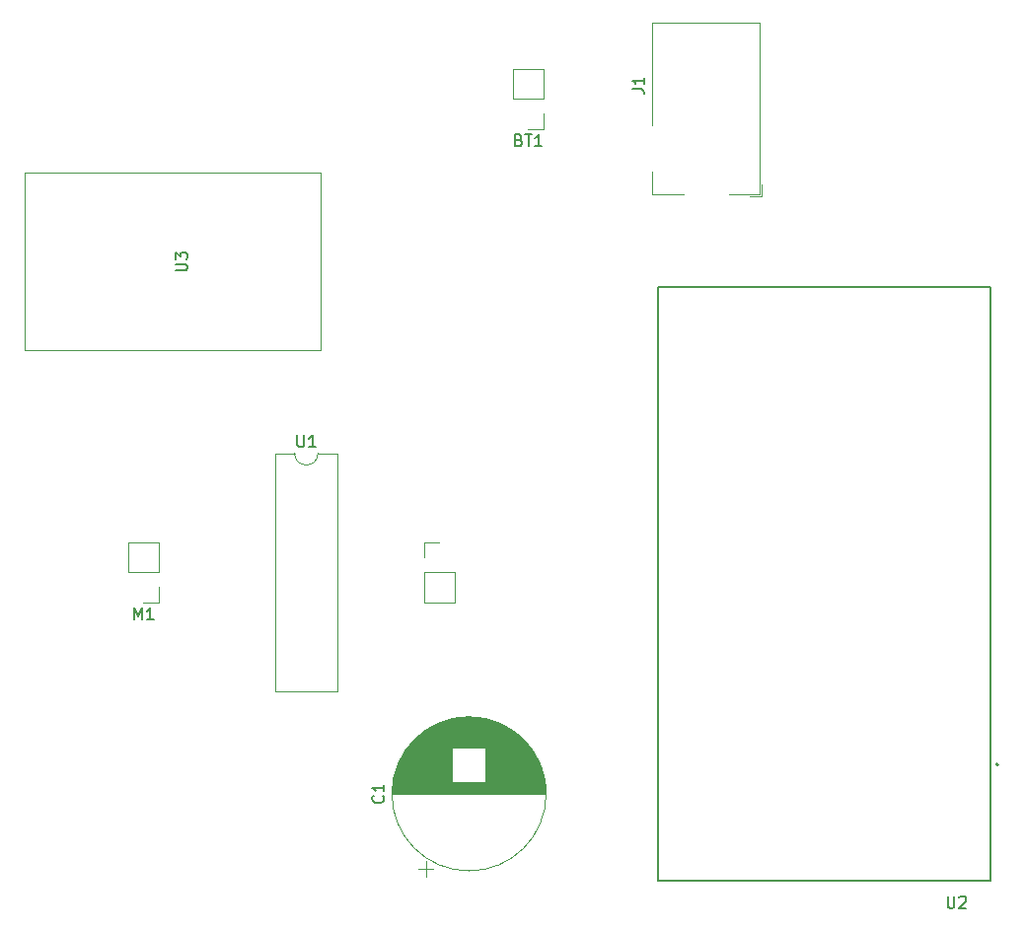
<source format=gbr>
%TF.GenerationSoftware,KiCad,Pcbnew,7.0.8*%
%TF.CreationDate,2023-11-17T10:19:14-05:00*%
%TF.ProjectId,rebafloot,72656261-666c-46f6-9f74-2e6b69636164,rev?*%
%TF.SameCoordinates,Original*%
%TF.FileFunction,Legend,Top*%
%TF.FilePolarity,Positive*%
%FSLAX46Y46*%
G04 Gerber Fmt 4.6, Leading zero omitted, Abs format (unit mm)*
G04 Created by KiCad (PCBNEW 7.0.8) date 2023-11-17 10:19:14*
%MOMM*%
%LPD*%
G01*
G04 APERTURE LIST*
%ADD10C,0.150000*%
%ADD11C,0.120000*%
%ADD12C,0.127000*%
%ADD13C,0.200000*%
G04 APERTURE END LIST*
D10*
X63724819Y-84581904D02*
X64534342Y-84581904D01*
X64534342Y-84581904D02*
X64629580Y-84534285D01*
X64629580Y-84534285D02*
X64677200Y-84486666D01*
X64677200Y-84486666D02*
X64724819Y-84391428D01*
X64724819Y-84391428D02*
X64724819Y-84200952D01*
X64724819Y-84200952D02*
X64677200Y-84105714D01*
X64677200Y-84105714D02*
X64629580Y-84058095D01*
X64629580Y-84058095D02*
X64534342Y-84010476D01*
X64534342Y-84010476D02*
X63724819Y-84010476D01*
X63724819Y-83629523D02*
X63724819Y-83010476D01*
X63724819Y-83010476D02*
X64105771Y-83343809D01*
X64105771Y-83343809D02*
X64105771Y-83200952D01*
X64105771Y-83200952D02*
X64153390Y-83105714D01*
X64153390Y-83105714D02*
X64201009Y-83058095D01*
X64201009Y-83058095D02*
X64296247Y-83010476D01*
X64296247Y-83010476D02*
X64534342Y-83010476D01*
X64534342Y-83010476D02*
X64629580Y-83058095D01*
X64629580Y-83058095D02*
X64677200Y-83105714D01*
X64677200Y-83105714D02*
X64724819Y-83200952D01*
X64724819Y-83200952D02*
X64724819Y-83486666D01*
X64724819Y-83486666D02*
X64677200Y-83581904D01*
X64677200Y-83581904D02*
X64629580Y-83629523D01*
X81509580Y-129666666D02*
X81557200Y-129714285D01*
X81557200Y-129714285D02*
X81604819Y-129857142D01*
X81604819Y-129857142D02*
X81604819Y-129952380D01*
X81604819Y-129952380D02*
X81557200Y-130095237D01*
X81557200Y-130095237D02*
X81461961Y-130190475D01*
X81461961Y-130190475D02*
X81366723Y-130238094D01*
X81366723Y-130238094D02*
X81176247Y-130285713D01*
X81176247Y-130285713D02*
X81033390Y-130285713D01*
X81033390Y-130285713D02*
X80842914Y-130238094D01*
X80842914Y-130238094D02*
X80747676Y-130190475D01*
X80747676Y-130190475D02*
X80652438Y-130095237D01*
X80652438Y-130095237D02*
X80604819Y-129952380D01*
X80604819Y-129952380D02*
X80604819Y-129857142D01*
X80604819Y-129857142D02*
X80652438Y-129714285D01*
X80652438Y-129714285D02*
X80700057Y-129666666D01*
X81604819Y-128714285D02*
X81604819Y-129285713D01*
X81604819Y-128999999D02*
X80604819Y-128999999D01*
X80604819Y-128999999D02*
X80747676Y-129095237D01*
X80747676Y-129095237D02*
X80842914Y-129190475D01*
X80842914Y-129190475D02*
X80890533Y-129285713D01*
X74168095Y-98724819D02*
X74168095Y-99534342D01*
X74168095Y-99534342D02*
X74215714Y-99629580D01*
X74215714Y-99629580D02*
X74263333Y-99677200D01*
X74263333Y-99677200D02*
X74358571Y-99724819D01*
X74358571Y-99724819D02*
X74549047Y-99724819D01*
X74549047Y-99724819D02*
X74644285Y-99677200D01*
X74644285Y-99677200D02*
X74691904Y-99629580D01*
X74691904Y-99629580D02*
X74739523Y-99534342D01*
X74739523Y-99534342D02*
X74739523Y-98724819D01*
X75739523Y-99724819D02*
X75168095Y-99724819D01*
X75453809Y-99724819D02*
X75453809Y-98724819D01*
X75453809Y-98724819D02*
X75358571Y-98867676D01*
X75358571Y-98867676D02*
X75263333Y-98962914D01*
X75263333Y-98962914D02*
X75168095Y-99010533D01*
X60150476Y-114544819D02*
X60150476Y-113544819D01*
X60150476Y-113544819D02*
X60483809Y-114259104D01*
X60483809Y-114259104D02*
X60817142Y-113544819D01*
X60817142Y-113544819D02*
X60817142Y-114544819D01*
X61817142Y-114544819D02*
X61245714Y-114544819D01*
X61531428Y-114544819D02*
X61531428Y-113544819D01*
X61531428Y-113544819D02*
X61436190Y-113687676D01*
X61436190Y-113687676D02*
X61340952Y-113782914D01*
X61340952Y-113782914D02*
X61245714Y-113830533D01*
X129973095Y-138299819D02*
X129973095Y-139109342D01*
X129973095Y-139109342D02*
X130020714Y-139204580D01*
X130020714Y-139204580D02*
X130068333Y-139252200D01*
X130068333Y-139252200D02*
X130163571Y-139299819D01*
X130163571Y-139299819D02*
X130354047Y-139299819D01*
X130354047Y-139299819D02*
X130449285Y-139252200D01*
X130449285Y-139252200D02*
X130496904Y-139204580D01*
X130496904Y-139204580D02*
X130544523Y-139109342D01*
X130544523Y-139109342D02*
X130544523Y-138299819D01*
X130973095Y-138395057D02*
X131020714Y-138347438D01*
X131020714Y-138347438D02*
X131115952Y-138299819D01*
X131115952Y-138299819D02*
X131354047Y-138299819D01*
X131354047Y-138299819D02*
X131449285Y-138347438D01*
X131449285Y-138347438D02*
X131496904Y-138395057D01*
X131496904Y-138395057D02*
X131544523Y-138490295D01*
X131544523Y-138490295D02*
X131544523Y-138585533D01*
X131544523Y-138585533D02*
X131496904Y-138728390D01*
X131496904Y-138728390D02*
X130925476Y-139299819D01*
X130925476Y-139299819D02*
X131544523Y-139299819D01*
X93194285Y-73381009D02*
X93337142Y-73428628D01*
X93337142Y-73428628D02*
X93384761Y-73476247D01*
X93384761Y-73476247D02*
X93432380Y-73571485D01*
X93432380Y-73571485D02*
X93432380Y-73714342D01*
X93432380Y-73714342D02*
X93384761Y-73809580D01*
X93384761Y-73809580D02*
X93337142Y-73857200D01*
X93337142Y-73857200D02*
X93241904Y-73904819D01*
X93241904Y-73904819D02*
X92860952Y-73904819D01*
X92860952Y-73904819D02*
X92860952Y-72904819D01*
X92860952Y-72904819D02*
X93194285Y-72904819D01*
X93194285Y-72904819D02*
X93289523Y-72952438D01*
X93289523Y-72952438D02*
X93337142Y-73000057D01*
X93337142Y-73000057D02*
X93384761Y-73095295D01*
X93384761Y-73095295D02*
X93384761Y-73190533D01*
X93384761Y-73190533D02*
X93337142Y-73285771D01*
X93337142Y-73285771D02*
X93289523Y-73333390D01*
X93289523Y-73333390D02*
X93194285Y-73381009D01*
X93194285Y-73381009D02*
X92860952Y-73381009D01*
X93718095Y-72904819D02*
X94289523Y-72904819D01*
X94003809Y-73904819D02*
X94003809Y-72904819D01*
X95146666Y-73904819D02*
X94575238Y-73904819D01*
X94860952Y-73904819D02*
X94860952Y-72904819D01*
X94860952Y-72904819D02*
X94765714Y-73047676D01*
X94765714Y-73047676D02*
X94670476Y-73142914D01*
X94670476Y-73142914D02*
X94575238Y-73190533D01*
X102924819Y-69003333D02*
X103639104Y-69003333D01*
X103639104Y-69003333D02*
X103781961Y-69050952D01*
X103781961Y-69050952D02*
X103877200Y-69146190D01*
X103877200Y-69146190D02*
X103924819Y-69289047D01*
X103924819Y-69289047D02*
X103924819Y-69384285D01*
X103924819Y-68003333D02*
X103924819Y-68574761D01*
X103924819Y-68289047D02*
X102924819Y-68289047D01*
X102924819Y-68289047D02*
X103067676Y-68384285D01*
X103067676Y-68384285D02*
X103162914Y-68479523D01*
X103162914Y-68479523D02*
X103210533Y-68574761D01*
D11*
%TO.C,U3*%
X50800000Y-91440000D02*
X76200000Y-91440000D01*
X76200000Y-91440000D02*
X76200000Y-76200000D01*
X76200000Y-76200000D02*
X50800000Y-76200000D01*
X50800000Y-76200000D02*
X50800000Y-91440000D01*
%TO.C,C1*%
X85185000Y-136584569D02*
X85185000Y-135284569D01*
X84535000Y-135934569D02*
X85835000Y-135934569D01*
X82320000Y-129500000D02*
X95480000Y-129500000D01*
X82320000Y-129460000D02*
X95480000Y-129460000D01*
X82320000Y-129420000D02*
X95480000Y-129420000D01*
X82321000Y-129380000D02*
X95479000Y-129380000D01*
X82321000Y-129340000D02*
X95479000Y-129340000D01*
X82323000Y-129300000D02*
X95477000Y-129300000D01*
X82324000Y-129260000D02*
X95476000Y-129260000D01*
X82325000Y-129220000D02*
X95475000Y-129220000D01*
X82327000Y-129180000D02*
X95473000Y-129180000D01*
X82329000Y-129140000D02*
X95471000Y-129140000D01*
X82332000Y-129100000D02*
X95468000Y-129100000D01*
X82334000Y-129060000D02*
X95466000Y-129060000D01*
X82337000Y-129020000D02*
X95463000Y-129020000D01*
X82340000Y-128980000D02*
X95460000Y-128980000D01*
X82343000Y-128940000D02*
X95457000Y-128940000D01*
X82347000Y-128900000D02*
X95453000Y-128900000D01*
X82351000Y-128860000D02*
X95449000Y-128860000D01*
X82355000Y-128820000D02*
X95445000Y-128820000D01*
X82359000Y-128779000D02*
X95441000Y-128779000D01*
X82363000Y-128739000D02*
X95437000Y-128739000D01*
X82368000Y-128699000D02*
X95432000Y-128699000D01*
X82373000Y-128659000D02*
X95427000Y-128659000D01*
X82378000Y-128619000D02*
X95422000Y-128619000D01*
X82384000Y-128579000D02*
X95416000Y-128579000D01*
X82389000Y-128539000D02*
X95411000Y-128539000D01*
X82395000Y-128499000D02*
X95405000Y-128499000D01*
X82402000Y-128459000D02*
X95398000Y-128459000D01*
X82408000Y-128419000D02*
X87460000Y-128419000D01*
X90340000Y-128419000D02*
X95392000Y-128419000D01*
X82415000Y-128379000D02*
X87460000Y-128379000D01*
X90340000Y-128379000D02*
X95385000Y-128379000D01*
X82422000Y-128339000D02*
X87460000Y-128339000D01*
X90340000Y-128339000D02*
X95378000Y-128339000D01*
X82429000Y-128299000D02*
X87460000Y-128299000D01*
X90340000Y-128299000D02*
X95371000Y-128299000D01*
X82437000Y-128259000D02*
X87460000Y-128259000D01*
X90340000Y-128259000D02*
X95363000Y-128259000D01*
X82444000Y-128219000D02*
X87460000Y-128219000D01*
X90340000Y-128219000D02*
X95356000Y-128219000D01*
X82452000Y-128179000D02*
X87460000Y-128179000D01*
X90340000Y-128179000D02*
X95348000Y-128179000D01*
X82461000Y-128139000D02*
X87460000Y-128139000D01*
X90340000Y-128139000D02*
X95339000Y-128139000D01*
X82469000Y-128099000D02*
X87460000Y-128099000D01*
X90340000Y-128099000D02*
X95331000Y-128099000D01*
X82478000Y-128059000D02*
X87460000Y-128059000D01*
X90340000Y-128059000D02*
X95322000Y-128059000D01*
X82487000Y-128019000D02*
X87460000Y-128019000D01*
X90340000Y-128019000D02*
X95313000Y-128019000D01*
X82496000Y-127979000D02*
X87460000Y-127979000D01*
X90340000Y-127979000D02*
X95304000Y-127979000D01*
X82506000Y-127939000D02*
X87460000Y-127939000D01*
X90340000Y-127939000D02*
X95294000Y-127939000D01*
X82516000Y-127899000D02*
X87460000Y-127899000D01*
X90340000Y-127899000D02*
X95284000Y-127899000D01*
X82526000Y-127859000D02*
X87460000Y-127859000D01*
X90340000Y-127859000D02*
X95274000Y-127859000D01*
X82536000Y-127819000D02*
X87460000Y-127819000D01*
X90340000Y-127819000D02*
X95264000Y-127819000D01*
X82547000Y-127779000D02*
X87460000Y-127779000D01*
X90340000Y-127779000D02*
X95253000Y-127779000D01*
X82558000Y-127739000D02*
X87460000Y-127739000D01*
X90340000Y-127739000D02*
X95242000Y-127739000D01*
X82569000Y-127699000D02*
X87460000Y-127699000D01*
X90340000Y-127699000D02*
X95231000Y-127699000D01*
X82580000Y-127659000D02*
X87460000Y-127659000D01*
X90340000Y-127659000D02*
X95220000Y-127659000D01*
X82592000Y-127619000D02*
X87460000Y-127619000D01*
X90340000Y-127619000D02*
X95208000Y-127619000D01*
X82604000Y-127579000D02*
X87460000Y-127579000D01*
X90340000Y-127579000D02*
X95196000Y-127579000D01*
X82616000Y-127539000D02*
X87460000Y-127539000D01*
X90340000Y-127539000D02*
X95184000Y-127539000D01*
X82629000Y-127499000D02*
X87460000Y-127499000D01*
X90340000Y-127499000D02*
X95171000Y-127499000D01*
X82642000Y-127459000D02*
X87460000Y-127459000D01*
X90340000Y-127459000D02*
X95158000Y-127459000D01*
X82655000Y-127419000D02*
X87460000Y-127419000D01*
X90340000Y-127419000D02*
X95145000Y-127419000D01*
X82668000Y-127379000D02*
X87460000Y-127379000D01*
X90340000Y-127379000D02*
X95132000Y-127379000D01*
X82682000Y-127339000D02*
X87460000Y-127339000D01*
X90340000Y-127339000D02*
X95118000Y-127339000D01*
X82696000Y-127299000D02*
X87460000Y-127299000D01*
X90340000Y-127299000D02*
X95104000Y-127299000D01*
X82710000Y-127259000D02*
X87460000Y-127259000D01*
X90340000Y-127259000D02*
X95090000Y-127259000D01*
X82725000Y-127219000D02*
X87460000Y-127219000D01*
X90340000Y-127219000D02*
X95075000Y-127219000D01*
X82739000Y-127179000D02*
X87460000Y-127179000D01*
X90340000Y-127179000D02*
X95061000Y-127179000D01*
X82754000Y-127139000D02*
X87460000Y-127139000D01*
X90340000Y-127139000D02*
X95046000Y-127139000D01*
X82770000Y-127099000D02*
X87460000Y-127099000D01*
X90340000Y-127099000D02*
X95030000Y-127099000D01*
X82786000Y-127059000D02*
X87460000Y-127059000D01*
X90340000Y-127059000D02*
X95014000Y-127059000D01*
X82802000Y-127019000D02*
X87460000Y-127019000D01*
X90340000Y-127019000D02*
X94998000Y-127019000D01*
X82818000Y-126979000D02*
X87460000Y-126979000D01*
X90340000Y-126979000D02*
X94982000Y-126979000D01*
X82835000Y-126939000D02*
X87460000Y-126939000D01*
X90340000Y-126939000D02*
X94965000Y-126939000D01*
X82851000Y-126899000D02*
X87460000Y-126899000D01*
X90340000Y-126899000D02*
X94949000Y-126899000D01*
X82869000Y-126859000D02*
X87460000Y-126859000D01*
X90340000Y-126859000D02*
X94931000Y-126859000D01*
X82886000Y-126819000D02*
X87460000Y-126819000D01*
X90340000Y-126819000D02*
X94914000Y-126819000D01*
X82904000Y-126779000D02*
X87460000Y-126779000D01*
X90340000Y-126779000D02*
X94896000Y-126779000D01*
X82922000Y-126739000D02*
X87460000Y-126739000D01*
X90340000Y-126739000D02*
X94878000Y-126739000D01*
X82941000Y-126699000D02*
X87460000Y-126699000D01*
X90340000Y-126699000D02*
X94859000Y-126699000D01*
X82960000Y-126659000D02*
X87460000Y-126659000D01*
X90340000Y-126659000D02*
X94840000Y-126659000D01*
X82979000Y-126619000D02*
X87460000Y-126619000D01*
X90340000Y-126619000D02*
X94821000Y-126619000D01*
X82998000Y-126579000D02*
X87460000Y-126579000D01*
X90340000Y-126579000D02*
X94802000Y-126579000D01*
X83018000Y-126539000D02*
X87460000Y-126539000D01*
X90340000Y-126539000D02*
X94782000Y-126539000D01*
X83038000Y-126499000D02*
X87460000Y-126499000D01*
X90340000Y-126499000D02*
X94762000Y-126499000D01*
X83059000Y-126459000D02*
X87460000Y-126459000D01*
X90340000Y-126459000D02*
X94741000Y-126459000D01*
X83080000Y-126419000D02*
X87460000Y-126419000D01*
X90340000Y-126419000D02*
X94720000Y-126419000D01*
X83101000Y-126379000D02*
X87460000Y-126379000D01*
X90340000Y-126379000D02*
X94699000Y-126379000D01*
X83122000Y-126339000D02*
X87460000Y-126339000D01*
X90340000Y-126339000D02*
X94678000Y-126339000D01*
X83144000Y-126299000D02*
X87460000Y-126299000D01*
X90340000Y-126299000D02*
X94656000Y-126299000D01*
X83167000Y-126259000D02*
X87460000Y-126259000D01*
X90340000Y-126259000D02*
X94633000Y-126259000D01*
X83189000Y-126219000D02*
X87460000Y-126219000D01*
X90340000Y-126219000D02*
X94611000Y-126219000D01*
X83212000Y-126179000D02*
X87460000Y-126179000D01*
X90340000Y-126179000D02*
X94588000Y-126179000D01*
X83236000Y-126139000D02*
X87460000Y-126139000D01*
X90340000Y-126139000D02*
X94564000Y-126139000D01*
X83259000Y-126099000D02*
X87460000Y-126099000D01*
X90340000Y-126099000D02*
X94541000Y-126099000D01*
X83283000Y-126059000D02*
X87460000Y-126059000D01*
X90340000Y-126059000D02*
X94517000Y-126059000D01*
X83308000Y-126019000D02*
X87460000Y-126019000D01*
X90340000Y-126019000D02*
X94492000Y-126019000D01*
X83333000Y-125979000D02*
X87460000Y-125979000D01*
X90340000Y-125979000D02*
X94467000Y-125979000D01*
X83358000Y-125939000D02*
X87460000Y-125939000D01*
X90340000Y-125939000D02*
X94442000Y-125939000D01*
X83384000Y-125899000D02*
X87460000Y-125899000D01*
X90340000Y-125899000D02*
X94416000Y-125899000D01*
X83410000Y-125859000D02*
X87460000Y-125859000D01*
X90340000Y-125859000D02*
X94390000Y-125859000D01*
X83437000Y-125819000D02*
X87460000Y-125819000D01*
X90340000Y-125819000D02*
X94363000Y-125819000D01*
X83464000Y-125779000D02*
X87460000Y-125779000D01*
X90340000Y-125779000D02*
X94336000Y-125779000D01*
X83491000Y-125739000D02*
X87460000Y-125739000D01*
X90340000Y-125739000D02*
X94309000Y-125739000D01*
X83519000Y-125699000D02*
X87460000Y-125699000D01*
X90340000Y-125699000D02*
X94281000Y-125699000D01*
X83547000Y-125659000D02*
X87460000Y-125659000D01*
X90340000Y-125659000D02*
X94253000Y-125659000D01*
X83576000Y-125619000D02*
X87460000Y-125619000D01*
X90340000Y-125619000D02*
X94224000Y-125619000D01*
X83605000Y-125579000D02*
X87460000Y-125579000D01*
X90340000Y-125579000D02*
X94195000Y-125579000D01*
X83635000Y-125539000D02*
X94165000Y-125539000D01*
X83665000Y-125499000D02*
X94135000Y-125499000D01*
X83695000Y-125459000D02*
X94105000Y-125459000D01*
X83726000Y-125419000D02*
X94074000Y-125419000D01*
X83758000Y-125379000D02*
X94042000Y-125379000D01*
X83790000Y-125339000D02*
X94010000Y-125339000D01*
X83822000Y-125299000D02*
X93978000Y-125299000D01*
X83856000Y-125259000D02*
X93944000Y-125259000D01*
X83889000Y-125219000D02*
X93911000Y-125219000D01*
X83923000Y-125179000D02*
X93877000Y-125179000D01*
X83958000Y-125139000D02*
X93842000Y-125139000D01*
X83993000Y-125099000D02*
X93807000Y-125099000D01*
X84029000Y-125059000D02*
X93771000Y-125059000D01*
X84066000Y-125019000D02*
X93734000Y-125019000D01*
X84103000Y-124979000D02*
X93697000Y-124979000D01*
X84140000Y-124939000D02*
X93660000Y-124939000D01*
X84179000Y-124899000D02*
X93621000Y-124899000D01*
X84218000Y-124859000D02*
X93582000Y-124859000D01*
X84257000Y-124819000D02*
X93543000Y-124819000D01*
X84298000Y-124779000D02*
X93502000Y-124779000D01*
X84339000Y-124739000D02*
X93461000Y-124739000D01*
X84381000Y-124699000D02*
X93419000Y-124699000D01*
X84423000Y-124659000D02*
X93377000Y-124659000D01*
X84466000Y-124619000D02*
X93334000Y-124619000D01*
X84510000Y-124579000D02*
X93290000Y-124579000D01*
X84555000Y-124539000D02*
X93245000Y-124539000D01*
X84601000Y-124499000D02*
X93199000Y-124499000D01*
X84647000Y-124459000D02*
X93153000Y-124459000D01*
X84695000Y-124419000D02*
X93105000Y-124419000D01*
X84743000Y-124379000D02*
X93057000Y-124379000D01*
X84792000Y-124339000D02*
X93008000Y-124339000D01*
X84843000Y-124299000D02*
X92957000Y-124299000D01*
X84894000Y-124259000D02*
X92906000Y-124259000D01*
X84946000Y-124219000D02*
X92854000Y-124219000D01*
X85000000Y-124179000D02*
X92800000Y-124179000D01*
X85054000Y-124139000D02*
X92746000Y-124139000D01*
X85110000Y-124099000D02*
X92690000Y-124099000D01*
X85167000Y-124059000D02*
X92633000Y-124059000D01*
X85225000Y-124019000D02*
X92575000Y-124019000D01*
X85285000Y-123979000D02*
X92515000Y-123979000D01*
X85346000Y-123939000D02*
X92454000Y-123939000D01*
X85409000Y-123899000D02*
X92391000Y-123899000D01*
X85473000Y-123859000D02*
X92327000Y-123859000D01*
X85539000Y-123819000D02*
X92261000Y-123819000D01*
X85607000Y-123779000D02*
X92193000Y-123779000D01*
X85677000Y-123739000D02*
X92123000Y-123739000D01*
X85748000Y-123699000D02*
X92052000Y-123699000D01*
X85822000Y-123659000D02*
X91978000Y-123659000D01*
X85898000Y-123619000D02*
X91902000Y-123619000D01*
X85977000Y-123579000D02*
X91823000Y-123579000D01*
X86058000Y-123539000D02*
X91742000Y-123539000D01*
X86142000Y-123499000D02*
X91658000Y-123499000D01*
X86230000Y-123459000D02*
X91570000Y-123459000D01*
X86321000Y-123419000D02*
X91479000Y-123419000D01*
X86416000Y-123379000D02*
X91384000Y-123379000D01*
X86515000Y-123339000D02*
X91285000Y-123339000D01*
X86619000Y-123299000D02*
X91181000Y-123299000D01*
X86729000Y-123259000D02*
X91071000Y-123259000D01*
X86845000Y-123219000D02*
X90955000Y-123219000D01*
X86969000Y-123179000D02*
X90831000Y-123179000D01*
X87102000Y-123139000D02*
X90698000Y-123139000D01*
X87247000Y-123099000D02*
X90553000Y-123099000D01*
X87406000Y-123059000D02*
X90394000Y-123059000D01*
X87585000Y-123019000D02*
X90215000Y-123019000D01*
X87793000Y-122979000D02*
X90007000Y-122979000D01*
X88050000Y-122939000D02*
X89750000Y-122939000D01*
X88425000Y-122899000D02*
X89375000Y-122899000D01*
X95520000Y-129500000D02*
G75*
G03*
X95520000Y-129500000I-6620000J0D01*
G01*
%TO.C,U1*%
X72280000Y-100270000D02*
X72280000Y-120710000D01*
X72280000Y-120710000D02*
X77580000Y-120710000D01*
X73930000Y-100270000D02*
X72280000Y-100270000D01*
X77580000Y-100270000D02*
X75930000Y-100270000D01*
X77580000Y-120710000D02*
X77580000Y-100270000D01*
X73930000Y-100270000D02*
G75*
G03*
X75930000Y-100270000I1000000J0D01*
G01*
%TO.C,M1*%
X62290000Y-113090000D02*
X60960000Y-113090000D01*
X62290000Y-111760000D02*
X62290000Y-113090000D01*
X62290000Y-110490000D02*
X62290000Y-107890000D01*
X62290000Y-110490000D02*
X59630000Y-110490000D01*
X62290000Y-107890000D02*
X59630000Y-107890000D01*
X59630000Y-110490000D02*
X59630000Y-107890000D01*
D12*
%TO.C,U2*%
X133660000Y-136960000D02*
X122591000Y-136960000D01*
X133660000Y-136960000D02*
X105150000Y-136960000D01*
X133660000Y-86010000D02*
X133660000Y-136960000D01*
X133660000Y-86010000D02*
X133660000Y-136960000D01*
X133660000Y-86010000D02*
X128290000Y-86010000D01*
X128290000Y-86010000D02*
X110600000Y-86010000D01*
X122591000Y-136960000D02*
X115880000Y-136960000D01*
X115880000Y-136960000D02*
X105150000Y-136960000D01*
X110600000Y-86010000D02*
X105150000Y-86010000D01*
X105150000Y-136960000D02*
X105150000Y-86010000D01*
X105150000Y-136960000D02*
X105150000Y-86010000D01*
X105150000Y-86010000D02*
X133660000Y-86010000D01*
D13*
X134330000Y-127000000D02*
G75*
G03*
X134330000Y-127000000I-100000J0D01*
G01*
D11*
%TO.C,BT1*%
X95310000Y-72450000D02*
X93980000Y-72450000D01*
X95310000Y-71120000D02*
X95310000Y-72450000D01*
X95310000Y-69850000D02*
X95310000Y-67250000D01*
X95310000Y-69850000D02*
X92650000Y-69850000D01*
X95310000Y-67250000D02*
X92650000Y-67250000D01*
X92650000Y-69850000D02*
X92650000Y-67250000D01*
%TO.C,J1*%
X113820000Y-63320000D02*
X113820000Y-78020000D01*
X104620000Y-63320000D02*
X113820000Y-63320000D01*
X104620000Y-72120000D02*
X104620000Y-63320000D01*
X114020000Y-77170000D02*
X114020000Y-78220000D01*
X113820000Y-78020000D02*
X111220000Y-78020000D01*
X107320000Y-78020000D02*
X104620000Y-78020000D01*
X104620000Y-78020000D02*
X104620000Y-76120000D01*
X112970000Y-78220000D02*
X114020000Y-78220000D01*
%TO.C,M2*%
X85030000Y-107890000D02*
X86360000Y-107890000D01*
X85030000Y-109220000D02*
X85030000Y-107890000D01*
X85030000Y-110490000D02*
X85030000Y-113090000D01*
X85030000Y-110490000D02*
X87690000Y-110490000D01*
X85030000Y-113090000D02*
X87690000Y-113090000D01*
X87690000Y-110490000D02*
X87690000Y-113090000D01*
%TD*%
M02*

</source>
